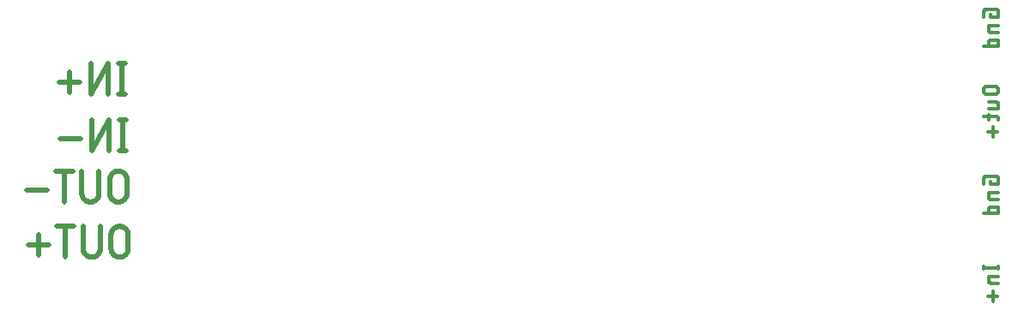
<source format=gbr>
G04 EAGLE Gerber RS-274X export*
G75*
%MOMM*%
%FSLAX34Y34*%
%LPD*%
%INSilkscreen Bottom*%
%IPPOS*%
%AMOC8*
5,1,8,0,0,1.08239X$1,22.5*%
G01*
%ADD10C,0.304800*%
%ADD11C,0.508000*%


D10*
X1006292Y480427D02*
X1006292Y477972D01*
X1014476Y477972D01*
X1014476Y482882D01*
X1014474Y482994D01*
X1014468Y483105D01*
X1014459Y483217D01*
X1014446Y483328D01*
X1014428Y483438D01*
X1014408Y483548D01*
X1014383Y483657D01*
X1014355Y483765D01*
X1014323Y483872D01*
X1014287Y483978D01*
X1014248Y484083D01*
X1014205Y484186D01*
X1014159Y484288D01*
X1014109Y484388D01*
X1014056Y484487D01*
X1013999Y484583D01*
X1013940Y484678D01*
X1013877Y484770D01*
X1013811Y484860D01*
X1013742Y484948D01*
X1013670Y485034D01*
X1013595Y485117D01*
X1013517Y485197D01*
X1013437Y485275D01*
X1013354Y485350D01*
X1013268Y485422D01*
X1013180Y485491D01*
X1013090Y485557D01*
X1012998Y485620D01*
X1012903Y485679D01*
X1012807Y485736D01*
X1012708Y485789D01*
X1012608Y485839D01*
X1012506Y485885D01*
X1012403Y485928D01*
X1012298Y485967D01*
X1012192Y486003D01*
X1012085Y486035D01*
X1011977Y486063D01*
X1011868Y486088D01*
X1011758Y486108D01*
X1011648Y486126D01*
X1011537Y486139D01*
X1011425Y486148D01*
X1011314Y486154D01*
X1011202Y486156D01*
X1003018Y486156D01*
X1002904Y486154D01*
X1002790Y486148D01*
X1002676Y486138D01*
X1002562Y486124D01*
X1002449Y486106D01*
X1002337Y486084D01*
X1002226Y486059D01*
X1002116Y486029D01*
X1002006Y485996D01*
X1001898Y485959D01*
X1001792Y485918D01*
X1001686Y485873D01*
X1001583Y485825D01*
X1001481Y485773D01*
X1001381Y485717D01*
X1001283Y485659D01*
X1001187Y485596D01*
X1001094Y485531D01*
X1001002Y485462D01*
X1000914Y485390D01*
X1000827Y485315D01*
X1000744Y485237D01*
X1000663Y485156D01*
X1000585Y485073D01*
X1000510Y484987D01*
X1000438Y484898D01*
X1000369Y484806D01*
X1000304Y484713D01*
X1000242Y484617D01*
X1000183Y484519D01*
X1000127Y484419D01*
X1000075Y484317D01*
X1000027Y484214D01*
X999982Y484109D01*
X999941Y484002D01*
X999904Y483894D01*
X999871Y483784D01*
X999841Y483674D01*
X999816Y483563D01*
X999794Y483451D01*
X999776Y483338D01*
X999762Y483224D01*
X999752Y483110D01*
X999746Y482996D01*
X999744Y482882D01*
X999744Y477972D01*
X1004655Y469706D02*
X1014476Y469706D01*
X1004655Y469706D02*
X1004655Y465614D01*
X1004657Y465518D01*
X1004663Y465421D01*
X1004672Y465325D01*
X1004685Y465230D01*
X1004702Y465135D01*
X1004723Y465041D01*
X1004747Y464948D01*
X1004775Y464855D01*
X1004807Y464764D01*
X1004842Y464675D01*
X1004881Y464586D01*
X1004923Y464499D01*
X1004968Y464414D01*
X1005017Y464331D01*
X1005069Y464250D01*
X1005124Y464171D01*
X1005182Y464094D01*
X1005243Y464020D01*
X1005307Y463948D01*
X1005374Y463878D01*
X1005444Y463811D01*
X1005516Y463747D01*
X1005590Y463686D01*
X1005667Y463628D01*
X1005746Y463573D01*
X1005827Y463521D01*
X1005910Y463472D01*
X1005995Y463427D01*
X1006082Y463385D01*
X1006171Y463346D01*
X1006260Y463311D01*
X1006351Y463279D01*
X1006444Y463251D01*
X1006537Y463227D01*
X1006631Y463206D01*
X1006726Y463189D01*
X1006821Y463176D01*
X1006917Y463167D01*
X1007014Y463161D01*
X1007110Y463159D01*
X1014476Y463159D01*
X1014476Y449209D02*
X999744Y449209D01*
X1014476Y449209D02*
X1014476Y453301D01*
X1014474Y453397D01*
X1014468Y453494D01*
X1014459Y453590D01*
X1014446Y453685D01*
X1014429Y453780D01*
X1014408Y453874D01*
X1014384Y453967D01*
X1014356Y454060D01*
X1014324Y454151D01*
X1014289Y454240D01*
X1014250Y454329D01*
X1014208Y454416D01*
X1014163Y454501D01*
X1014114Y454584D01*
X1014062Y454665D01*
X1014007Y454744D01*
X1013949Y454821D01*
X1013888Y454895D01*
X1013824Y454967D01*
X1013757Y455037D01*
X1013687Y455104D01*
X1013615Y455168D01*
X1013541Y455229D01*
X1013464Y455287D01*
X1013385Y455342D01*
X1013304Y455394D01*
X1013221Y455443D01*
X1013136Y455488D01*
X1013049Y455530D01*
X1012960Y455569D01*
X1012871Y455604D01*
X1012780Y455636D01*
X1012687Y455664D01*
X1012594Y455688D01*
X1012500Y455709D01*
X1012405Y455726D01*
X1012310Y455739D01*
X1012214Y455748D01*
X1012117Y455754D01*
X1012021Y455756D01*
X1007110Y455756D01*
X1007014Y455754D01*
X1006917Y455748D01*
X1006821Y455739D01*
X1006726Y455726D01*
X1006631Y455709D01*
X1006537Y455688D01*
X1006444Y455664D01*
X1006351Y455636D01*
X1006260Y455604D01*
X1006171Y455569D01*
X1006082Y455530D01*
X1005995Y455488D01*
X1005910Y455443D01*
X1005827Y455394D01*
X1005746Y455342D01*
X1005667Y455287D01*
X1005590Y455229D01*
X1005516Y455168D01*
X1005444Y455104D01*
X1005374Y455037D01*
X1005307Y454967D01*
X1005243Y454895D01*
X1005182Y454821D01*
X1005124Y454744D01*
X1005069Y454665D01*
X1005017Y454584D01*
X1004968Y454501D01*
X1004923Y454416D01*
X1004881Y454329D01*
X1004842Y454240D01*
X1004807Y454151D01*
X1004775Y454060D01*
X1004747Y453967D01*
X1004723Y453874D01*
X1004702Y453780D01*
X1004685Y453685D01*
X1004672Y453590D01*
X1004663Y453494D01*
X1004657Y453397D01*
X1004655Y453301D01*
X1004655Y449209D01*
X1006292Y315327D02*
X1006292Y312872D01*
X1014476Y312872D01*
X1014476Y317782D01*
X1014474Y317894D01*
X1014468Y318005D01*
X1014459Y318117D01*
X1014446Y318228D01*
X1014428Y318338D01*
X1014408Y318448D01*
X1014383Y318557D01*
X1014355Y318665D01*
X1014323Y318772D01*
X1014287Y318878D01*
X1014248Y318983D01*
X1014205Y319086D01*
X1014159Y319188D01*
X1014109Y319288D01*
X1014056Y319387D01*
X1013999Y319483D01*
X1013940Y319578D01*
X1013877Y319670D01*
X1013811Y319760D01*
X1013742Y319848D01*
X1013670Y319934D01*
X1013595Y320017D01*
X1013517Y320097D01*
X1013437Y320175D01*
X1013354Y320250D01*
X1013268Y320322D01*
X1013180Y320391D01*
X1013090Y320457D01*
X1012998Y320520D01*
X1012903Y320579D01*
X1012807Y320636D01*
X1012708Y320689D01*
X1012608Y320739D01*
X1012506Y320785D01*
X1012403Y320828D01*
X1012298Y320867D01*
X1012192Y320903D01*
X1012085Y320935D01*
X1011977Y320963D01*
X1011868Y320988D01*
X1011758Y321008D01*
X1011648Y321026D01*
X1011537Y321039D01*
X1011425Y321048D01*
X1011314Y321054D01*
X1011202Y321056D01*
X1003018Y321056D01*
X1002904Y321054D01*
X1002790Y321048D01*
X1002676Y321038D01*
X1002562Y321024D01*
X1002449Y321006D01*
X1002337Y320984D01*
X1002226Y320959D01*
X1002116Y320929D01*
X1002006Y320896D01*
X1001898Y320859D01*
X1001792Y320818D01*
X1001686Y320773D01*
X1001583Y320725D01*
X1001481Y320673D01*
X1001381Y320617D01*
X1001283Y320559D01*
X1001187Y320496D01*
X1001094Y320431D01*
X1001002Y320362D01*
X1000914Y320290D01*
X1000827Y320215D01*
X1000744Y320137D01*
X1000663Y320056D01*
X1000585Y319973D01*
X1000510Y319887D01*
X1000438Y319798D01*
X1000369Y319706D01*
X1000304Y319613D01*
X1000242Y319517D01*
X1000183Y319419D01*
X1000127Y319319D01*
X1000075Y319217D01*
X1000027Y319114D01*
X999982Y319009D01*
X999941Y318902D01*
X999904Y318794D01*
X999871Y318684D01*
X999841Y318574D01*
X999816Y318463D01*
X999794Y318351D01*
X999776Y318238D01*
X999762Y318124D01*
X999752Y318010D01*
X999746Y317896D01*
X999744Y317782D01*
X999744Y312872D01*
X1004655Y304606D02*
X1014476Y304606D01*
X1004655Y304606D02*
X1004655Y300514D01*
X1004657Y300418D01*
X1004663Y300321D01*
X1004672Y300225D01*
X1004685Y300130D01*
X1004702Y300035D01*
X1004723Y299941D01*
X1004747Y299848D01*
X1004775Y299755D01*
X1004807Y299664D01*
X1004842Y299575D01*
X1004881Y299486D01*
X1004923Y299399D01*
X1004968Y299314D01*
X1005017Y299231D01*
X1005069Y299150D01*
X1005124Y299071D01*
X1005182Y298994D01*
X1005243Y298920D01*
X1005307Y298848D01*
X1005374Y298778D01*
X1005444Y298711D01*
X1005516Y298647D01*
X1005590Y298586D01*
X1005667Y298528D01*
X1005746Y298473D01*
X1005827Y298421D01*
X1005910Y298372D01*
X1005995Y298327D01*
X1006082Y298285D01*
X1006171Y298246D01*
X1006260Y298211D01*
X1006351Y298179D01*
X1006444Y298151D01*
X1006537Y298127D01*
X1006631Y298106D01*
X1006726Y298089D01*
X1006821Y298076D01*
X1006917Y298067D01*
X1007014Y298061D01*
X1007110Y298059D01*
X1014476Y298059D01*
X1014476Y284109D02*
X999744Y284109D01*
X1014476Y284109D02*
X1014476Y288201D01*
X1014474Y288297D01*
X1014468Y288394D01*
X1014459Y288490D01*
X1014446Y288585D01*
X1014429Y288680D01*
X1014408Y288774D01*
X1014384Y288867D01*
X1014356Y288960D01*
X1014324Y289051D01*
X1014289Y289140D01*
X1014250Y289229D01*
X1014208Y289316D01*
X1014163Y289401D01*
X1014114Y289484D01*
X1014062Y289565D01*
X1014007Y289644D01*
X1013949Y289721D01*
X1013888Y289795D01*
X1013824Y289867D01*
X1013757Y289937D01*
X1013687Y290004D01*
X1013615Y290068D01*
X1013541Y290129D01*
X1013464Y290187D01*
X1013385Y290242D01*
X1013304Y290294D01*
X1013221Y290343D01*
X1013136Y290388D01*
X1013049Y290430D01*
X1012960Y290469D01*
X1012871Y290504D01*
X1012780Y290536D01*
X1012687Y290564D01*
X1012594Y290588D01*
X1012500Y290609D01*
X1012405Y290626D01*
X1012310Y290639D01*
X1012214Y290648D01*
X1012117Y290654D01*
X1012021Y290656D01*
X1007110Y290656D01*
X1007014Y290654D01*
X1006917Y290648D01*
X1006821Y290639D01*
X1006726Y290626D01*
X1006631Y290609D01*
X1006537Y290588D01*
X1006444Y290564D01*
X1006351Y290536D01*
X1006260Y290504D01*
X1006171Y290469D01*
X1006082Y290430D01*
X1005995Y290388D01*
X1005910Y290343D01*
X1005827Y290294D01*
X1005746Y290242D01*
X1005667Y290187D01*
X1005590Y290129D01*
X1005516Y290068D01*
X1005444Y290004D01*
X1005374Y289937D01*
X1005307Y289867D01*
X1005243Y289795D01*
X1005182Y289721D01*
X1005124Y289644D01*
X1005069Y289565D01*
X1005017Y289484D01*
X1004968Y289401D01*
X1004923Y289316D01*
X1004881Y289229D01*
X1004842Y289140D01*
X1004807Y289051D01*
X1004775Y288960D01*
X1004747Y288867D01*
X1004723Y288774D01*
X1004702Y288680D01*
X1004685Y288585D01*
X1004672Y288490D01*
X1004663Y288394D01*
X1004657Y288297D01*
X1004655Y288201D01*
X1004655Y284109D01*
X999744Y230519D02*
X1014476Y230519D01*
X1014476Y232156D02*
X1014476Y228882D01*
X999744Y228882D02*
X999744Y232156D01*
X1004655Y221809D02*
X1014476Y221809D01*
X1004655Y221809D02*
X1004655Y217717D01*
X1004657Y217621D01*
X1004663Y217524D01*
X1004672Y217428D01*
X1004685Y217333D01*
X1004702Y217238D01*
X1004723Y217144D01*
X1004747Y217051D01*
X1004775Y216958D01*
X1004807Y216867D01*
X1004842Y216778D01*
X1004881Y216689D01*
X1004923Y216602D01*
X1004968Y216517D01*
X1005017Y216434D01*
X1005069Y216353D01*
X1005124Y216274D01*
X1005182Y216197D01*
X1005243Y216123D01*
X1005307Y216051D01*
X1005374Y215981D01*
X1005444Y215914D01*
X1005516Y215850D01*
X1005590Y215789D01*
X1005667Y215731D01*
X1005746Y215676D01*
X1005827Y215624D01*
X1005910Y215575D01*
X1005995Y215530D01*
X1006082Y215488D01*
X1006171Y215449D01*
X1006260Y215414D01*
X1006351Y215382D01*
X1006444Y215354D01*
X1006537Y215330D01*
X1006631Y215309D01*
X1006726Y215292D01*
X1006821Y215279D01*
X1006917Y215270D01*
X1007014Y215264D01*
X1007110Y215262D01*
X1007110Y215261D02*
X1014476Y215261D01*
X1008747Y207294D02*
X1008747Y197472D01*
X1013658Y202383D02*
X1003836Y202383D01*
X1003836Y409956D02*
X1010384Y409956D01*
X1003836Y409956D02*
X1003709Y409954D01*
X1003582Y409948D01*
X1003455Y409938D01*
X1003328Y409924D01*
X1003202Y409907D01*
X1003077Y409885D01*
X1002952Y409859D01*
X1002828Y409830D01*
X1002705Y409797D01*
X1002584Y409760D01*
X1002463Y409719D01*
X1002344Y409674D01*
X1002226Y409626D01*
X1002110Y409574D01*
X1001995Y409519D01*
X1001883Y409460D01*
X1001772Y409397D01*
X1001663Y409331D01*
X1001556Y409262D01*
X1001451Y409189D01*
X1001349Y409114D01*
X1001249Y409035D01*
X1001152Y408953D01*
X1001057Y408868D01*
X1000965Y408780D01*
X1000876Y408689D01*
X1000789Y408596D01*
X1000706Y408500D01*
X1000625Y408401D01*
X1000548Y408300D01*
X1000474Y408197D01*
X1000403Y408091D01*
X1000335Y407983D01*
X1000271Y407873D01*
X1000210Y407761D01*
X1000153Y407648D01*
X1000099Y407532D01*
X1000049Y407415D01*
X1000003Y407297D01*
X999960Y407177D01*
X999921Y407056D01*
X999886Y406933D01*
X999855Y406810D01*
X999827Y406686D01*
X999804Y406561D01*
X999784Y406435D01*
X999768Y406309D01*
X999756Y406182D01*
X999748Y406055D01*
X999744Y405928D01*
X999744Y405800D01*
X999748Y405673D01*
X999756Y405546D01*
X999768Y405419D01*
X999784Y405293D01*
X999804Y405167D01*
X999827Y405042D01*
X999855Y404918D01*
X999886Y404795D01*
X999921Y404672D01*
X999960Y404551D01*
X1000003Y404431D01*
X1000049Y404313D01*
X1000099Y404196D01*
X1000153Y404080D01*
X1000210Y403967D01*
X1000271Y403855D01*
X1000335Y403745D01*
X1000403Y403637D01*
X1000474Y403531D01*
X1000548Y403428D01*
X1000625Y403327D01*
X1000706Y403228D01*
X1000789Y403132D01*
X1000876Y403039D01*
X1000965Y402948D01*
X1001057Y402860D01*
X1001152Y402775D01*
X1001249Y402693D01*
X1001349Y402614D01*
X1001451Y402539D01*
X1001556Y402466D01*
X1001663Y402397D01*
X1001772Y402331D01*
X1001883Y402268D01*
X1001995Y402209D01*
X1002110Y402154D01*
X1002226Y402102D01*
X1002344Y402054D01*
X1002463Y402009D01*
X1002584Y401968D01*
X1002705Y401931D01*
X1002828Y401898D01*
X1002952Y401869D01*
X1003077Y401843D01*
X1003202Y401821D01*
X1003328Y401804D01*
X1003455Y401790D01*
X1003582Y401780D01*
X1003709Y401774D01*
X1003836Y401772D01*
X1010384Y401772D01*
X1010511Y401774D01*
X1010638Y401780D01*
X1010765Y401790D01*
X1010892Y401804D01*
X1011018Y401821D01*
X1011143Y401843D01*
X1011268Y401869D01*
X1011392Y401898D01*
X1011515Y401931D01*
X1011636Y401968D01*
X1011757Y402009D01*
X1011876Y402054D01*
X1011994Y402102D01*
X1012110Y402154D01*
X1012225Y402209D01*
X1012337Y402268D01*
X1012448Y402331D01*
X1012557Y402397D01*
X1012664Y402466D01*
X1012769Y402539D01*
X1012871Y402614D01*
X1012971Y402693D01*
X1013068Y402775D01*
X1013163Y402860D01*
X1013255Y402948D01*
X1013344Y403039D01*
X1013431Y403132D01*
X1013514Y403228D01*
X1013595Y403327D01*
X1013672Y403428D01*
X1013746Y403531D01*
X1013817Y403637D01*
X1013885Y403745D01*
X1013949Y403855D01*
X1014010Y403967D01*
X1014067Y404080D01*
X1014121Y404196D01*
X1014171Y404313D01*
X1014217Y404431D01*
X1014260Y404551D01*
X1014299Y404672D01*
X1014334Y404795D01*
X1014365Y404918D01*
X1014393Y405042D01*
X1014416Y405167D01*
X1014436Y405293D01*
X1014452Y405419D01*
X1014464Y405546D01*
X1014472Y405673D01*
X1014476Y405800D01*
X1014476Y405928D01*
X1014472Y406055D01*
X1014464Y406182D01*
X1014452Y406309D01*
X1014436Y406435D01*
X1014416Y406561D01*
X1014393Y406686D01*
X1014365Y406810D01*
X1014334Y406933D01*
X1014299Y407056D01*
X1014260Y407177D01*
X1014217Y407297D01*
X1014171Y407415D01*
X1014121Y407532D01*
X1014067Y407648D01*
X1014010Y407761D01*
X1013949Y407873D01*
X1013885Y407983D01*
X1013817Y408091D01*
X1013746Y408197D01*
X1013672Y408300D01*
X1013595Y408401D01*
X1013514Y408500D01*
X1013431Y408596D01*
X1013344Y408689D01*
X1013255Y408780D01*
X1013163Y408868D01*
X1013068Y408953D01*
X1012971Y409035D01*
X1012871Y409114D01*
X1012769Y409189D01*
X1012664Y409262D01*
X1012557Y409331D01*
X1012448Y409397D01*
X1012337Y409460D01*
X1012225Y409519D01*
X1012110Y409574D01*
X1011994Y409626D01*
X1011876Y409674D01*
X1011757Y409719D01*
X1011636Y409760D01*
X1011515Y409797D01*
X1011392Y409830D01*
X1011268Y409859D01*
X1011143Y409885D01*
X1011018Y409907D01*
X1010892Y409924D01*
X1010765Y409938D01*
X1010638Y409948D01*
X1010511Y409954D01*
X1010384Y409956D01*
X1012021Y394027D02*
X1004655Y394027D01*
X1012021Y394027D02*
X1012117Y394025D01*
X1012214Y394019D01*
X1012310Y394010D01*
X1012405Y393997D01*
X1012500Y393980D01*
X1012594Y393959D01*
X1012687Y393935D01*
X1012780Y393907D01*
X1012871Y393875D01*
X1012960Y393840D01*
X1013049Y393801D01*
X1013136Y393759D01*
X1013221Y393714D01*
X1013304Y393665D01*
X1013385Y393613D01*
X1013464Y393558D01*
X1013541Y393500D01*
X1013615Y393439D01*
X1013687Y393375D01*
X1013757Y393308D01*
X1013824Y393238D01*
X1013888Y393166D01*
X1013949Y393092D01*
X1014007Y393015D01*
X1014062Y392936D01*
X1014114Y392855D01*
X1014163Y392772D01*
X1014208Y392687D01*
X1014250Y392600D01*
X1014289Y392511D01*
X1014324Y392422D01*
X1014356Y392331D01*
X1014384Y392238D01*
X1014408Y392145D01*
X1014429Y392051D01*
X1014446Y391956D01*
X1014459Y391861D01*
X1014468Y391765D01*
X1014474Y391668D01*
X1014476Y391572D01*
X1014476Y387480D01*
X1004655Y387480D01*
X1004655Y381412D02*
X1004655Y376501D01*
X999744Y379775D02*
X1012021Y379775D01*
X1012117Y379773D01*
X1012214Y379767D01*
X1012310Y379758D01*
X1012405Y379745D01*
X1012500Y379728D01*
X1012594Y379707D01*
X1012687Y379683D01*
X1012780Y379655D01*
X1012871Y379623D01*
X1012960Y379588D01*
X1013049Y379549D01*
X1013136Y379507D01*
X1013221Y379462D01*
X1013304Y379413D01*
X1013385Y379361D01*
X1013464Y379306D01*
X1013541Y379248D01*
X1013615Y379187D01*
X1013687Y379123D01*
X1013757Y379056D01*
X1013824Y378986D01*
X1013888Y378914D01*
X1013949Y378840D01*
X1014007Y378763D01*
X1014062Y378684D01*
X1014114Y378603D01*
X1014163Y378520D01*
X1014208Y378435D01*
X1014250Y378348D01*
X1014289Y378259D01*
X1014324Y378170D01*
X1014356Y378079D01*
X1014384Y377986D01*
X1014408Y377893D01*
X1014429Y377799D01*
X1014446Y377704D01*
X1014459Y377609D01*
X1014468Y377513D01*
X1014474Y377416D01*
X1014476Y377320D01*
X1014476Y376501D01*
X1008747Y369612D02*
X1008747Y359791D01*
X1013658Y364702D02*
X1003836Y364702D01*
D11*
X149552Y402110D02*
X149552Y432590D01*
X152939Y402110D02*
X146165Y402110D01*
X146165Y432590D02*
X152939Y432590D01*
X135794Y432590D02*
X135794Y402110D01*
X118860Y402110D02*
X135794Y432590D01*
X118860Y432590D02*
X118860Y402110D01*
X108150Y413963D02*
X87830Y413963D01*
X97990Y403803D02*
X97990Y424123D01*
X150822Y376710D02*
X150822Y346230D01*
X154209Y346230D02*
X147435Y346230D01*
X147435Y376710D02*
X154209Y376710D01*
X137064Y376710D02*
X137064Y346230D01*
X120130Y346230D02*
X137064Y376710D01*
X120130Y376710D02*
X120130Y346230D01*
X109420Y358083D02*
X89100Y358083D01*
X154717Y317443D02*
X154717Y303897D01*
X154717Y317443D02*
X154714Y317649D01*
X154707Y317855D01*
X154694Y318061D01*
X154677Y318266D01*
X154654Y318471D01*
X154627Y318676D01*
X154594Y318879D01*
X154557Y319082D01*
X154514Y319284D01*
X154467Y319485D01*
X154415Y319684D01*
X154358Y319882D01*
X154296Y320079D01*
X154230Y320274D01*
X154158Y320468D01*
X154082Y320659D01*
X154002Y320849D01*
X153916Y321037D01*
X153827Y321222D01*
X153732Y321406D01*
X153634Y321587D01*
X153531Y321765D01*
X153423Y321941D01*
X153311Y322115D01*
X153196Y322285D01*
X153076Y322453D01*
X152952Y322618D01*
X152824Y322779D01*
X152692Y322938D01*
X152556Y323093D01*
X152417Y323245D01*
X152273Y323394D01*
X152127Y323538D01*
X151977Y323680D01*
X151823Y323817D01*
X151666Y323951D01*
X151506Y324081D01*
X151343Y324207D01*
X151177Y324329D01*
X151007Y324447D01*
X150835Y324561D01*
X150661Y324670D01*
X150484Y324776D01*
X150304Y324877D01*
X150121Y324973D01*
X149937Y325065D01*
X149750Y325153D01*
X149561Y325236D01*
X149371Y325314D01*
X149178Y325388D01*
X148984Y325457D01*
X148788Y325521D01*
X148590Y325580D01*
X148392Y325635D01*
X148191Y325684D01*
X147990Y325729D01*
X147788Y325769D01*
X147585Y325804D01*
X147381Y325834D01*
X147176Y325859D01*
X146971Y325879D01*
X146765Y325894D01*
X146559Y325904D01*
X146353Y325909D01*
X146147Y325909D01*
X145941Y325904D01*
X145735Y325894D01*
X145529Y325879D01*
X145324Y325859D01*
X145119Y325834D01*
X144915Y325804D01*
X144712Y325769D01*
X144510Y325729D01*
X144309Y325684D01*
X144108Y325635D01*
X143910Y325580D01*
X143712Y325521D01*
X143516Y325457D01*
X143322Y325388D01*
X143129Y325314D01*
X142939Y325236D01*
X142750Y325153D01*
X142563Y325065D01*
X142379Y324973D01*
X142196Y324877D01*
X142017Y324776D01*
X141839Y324670D01*
X141665Y324561D01*
X141493Y324447D01*
X141323Y324329D01*
X141157Y324207D01*
X140994Y324081D01*
X140834Y323951D01*
X140677Y323817D01*
X140523Y323680D01*
X140373Y323538D01*
X140227Y323394D01*
X140083Y323245D01*
X139944Y323093D01*
X139808Y322938D01*
X139676Y322779D01*
X139548Y322618D01*
X139424Y322453D01*
X139304Y322285D01*
X139189Y322115D01*
X139077Y321941D01*
X138969Y321765D01*
X138866Y321587D01*
X138768Y321406D01*
X138673Y321222D01*
X138584Y321037D01*
X138498Y320849D01*
X138418Y320659D01*
X138342Y320468D01*
X138270Y320274D01*
X138204Y320079D01*
X138142Y319882D01*
X138085Y319684D01*
X138033Y319485D01*
X137986Y319284D01*
X137943Y319082D01*
X137906Y318879D01*
X137873Y318676D01*
X137846Y318471D01*
X137823Y318266D01*
X137806Y318061D01*
X137793Y317855D01*
X137786Y317649D01*
X137783Y317443D01*
X137783Y303897D01*
X137786Y303691D01*
X137793Y303485D01*
X137806Y303279D01*
X137823Y303074D01*
X137846Y302869D01*
X137873Y302664D01*
X137906Y302461D01*
X137943Y302258D01*
X137986Y302056D01*
X138033Y301855D01*
X138085Y301656D01*
X138142Y301458D01*
X138204Y301261D01*
X138270Y301066D01*
X138342Y300872D01*
X138418Y300681D01*
X138498Y300491D01*
X138584Y300303D01*
X138673Y300118D01*
X138768Y299934D01*
X138866Y299753D01*
X138969Y299575D01*
X139077Y299399D01*
X139189Y299225D01*
X139304Y299055D01*
X139424Y298887D01*
X139548Y298722D01*
X139676Y298561D01*
X139808Y298402D01*
X139944Y298247D01*
X140083Y298095D01*
X140227Y297946D01*
X140373Y297802D01*
X140523Y297660D01*
X140677Y297523D01*
X140834Y297389D01*
X140994Y297259D01*
X141157Y297133D01*
X141323Y297011D01*
X141493Y296893D01*
X141665Y296779D01*
X141839Y296670D01*
X142017Y296564D01*
X142196Y296463D01*
X142379Y296367D01*
X142563Y296275D01*
X142750Y296187D01*
X142939Y296104D01*
X143129Y296026D01*
X143322Y295952D01*
X143516Y295883D01*
X143712Y295819D01*
X143910Y295760D01*
X144108Y295705D01*
X144309Y295656D01*
X144510Y295611D01*
X144712Y295571D01*
X144915Y295536D01*
X145119Y295506D01*
X145324Y295481D01*
X145529Y295461D01*
X145735Y295446D01*
X145941Y295436D01*
X146147Y295431D01*
X146353Y295431D01*
X146559Y295436D01*
X146765Y295446D01*
X146971Y295461D01*
X147176Y295481D01*
X147381Y295506D01*
X147585Y295536D01*
X147788Y295571D01*
X147990Y295611D01*
X148191Y295656D01*
X148392Y295705D01*
X148590Y295760D01*
X148788Y295819D01*
X148984Y295883D01*
X149178Y295952D01*
X149371Y296026D01*
X149561Y296104D01*
X149750Y296187D01*
X149937Y296275D01*
X150121Y296367D01*
X150304Y296463D01*
X150484Y296564D01*
X150661Y296670D01*
X150835Y296779D01*
X151007Y296893D01*
X151177Y297011D01*
X151343Y297133D01*
X151506Y297259D01*
X151666Y297389D01*
X151823Y297523D01*
X151977Y297660D01*
X152127Y297802D01*
X152273Y297946D01*
X152417Y298095D01*
X152556Y298247D01*
X152692Y298402D01*
X152824Y298561D01*
X152952Y298722D01*
X153076Y298887D01*
X153196Y299055D01*
X153311Y299225D01*
X153423Y299399D01*
X153531Y299575D01*
X153634Y299753D01*
X153732Y299934D01*
X153827Y300118D01*
X153916Y300303D01*
X154002Y300491D01*
X154082Y300681D01*
X154158Y300872D01*
X154230Y301066D01*
X154296Y301261D01*
X154358Y301458D01*
X154415Y301656D01*
X154467Y301855D01*
X154514Y302056D01*
X154557Y302258D01*
X154594Y302461D01*
X154627Y302664D01*
X154654Y302869D01*
X154677Y303074D01*
X154694Y303279D01*
X154707Y303485D01*
X154714Y303691D01*
X154717Y303897D01*
X127158Y303897D02*
X127158Y325910D01*
X127158Y303897D02*
X127155Y303691D01*
X127148Y303485D01*
X127135Y303279D01*
X127118Y303074D01*
X127095Y302869D01*
X127068Y302664D01*
X127035Y302461D01*
X126998Y302258D01*
X126955Y302056D01*
X126908Y301855D01*
X126856Y301656D01*
X126799Y301458D01*
X126737Y301261D01*
X126671Y301066D01*
X126599Y300872D01*
X126523Y300681D01*
X126443Y300491D01*
X126357Y300303D01*
X126268Y300118D01*
X126173Y299934D01*
X126075Y299753D01*
X125972Y299575D01*
X125864Y299399D01*
X125752Y299225D01*
X125637Y299055D01*
X125517Y298887D01*
X125393Y298722D01*
X125265Y298561D01*
X125133Y298402D01*
X124997Y298247D01*
X124858Y298095D01*
X124714Y297946D01*
X124568Y297802D01*
X124418Y297660D01*
X124264Y297523D01*
X124107Y297389D01*
X123947Y297259D01*
X123784Y297133D01*
X123618Y297011D01*
X123448Y296893D01*
X123276Y296779D01*
X123102Y296670D01*
X122925Y296564D01*
X122745Y296463D01*
X122562Y296367D01*
X122378Y296275D01*
X122191Y296187D01*
X122002Y296104D01*
X121812Y296026D01*
X121619Y295952D01*
X121425Y295883D01*
X121229Y295819D01*
X121031Y295760D01*
X120833Y295705D01*
X120632Y295656D01*
X120431Y295611D01*
X120229Y295571D01*
X120026Y295536D01*
X119822Y295506D01*
X119617Y295481D01*
X119412Y295461D01*
X119206Y295446D01*
X119000Y295436D01*
X118794Y295431D01*
X118588Y295431D01*
X118382Y295436D01*
X118176Y295446D01*
X117970Y295461D01*
X117765Y295481D01*
X117560Y295506D01*
X117356Y295536D01*
X117153Y295571D01*
X116951Y295611D01*
X116750Y295656D01*
X116549Y295705D01*
X116351Y295760D01*
X116153Y295819D01*
X115957Y295883D01*
X115763Y295952D01*
X115570Y296026D01*
X115380Y296104D01*
X115191Y296187D01*
X115004Y296275D01*
X114820Y296367D01*
X114637Y296463D01*
X114458Y296564D01*
X114280Y296670D01*
X114106Y296779D01*
X113934Y296893D01*
X113764Y297011D01*
X113598Y297133D01*
X113435Y297259D01*
X113275Y297389D01*
X113118Y297523D01*
X112964Y297660D01*
X112814Y297802D01*
X112668Y297946D01*
X112524Y298095D01*
X112385Y298247D01*
X112249Y298402D01*
X112117Y298561D01*
X111989Y298722D01*
X111865Y298887D01*
X111745Y299055D01*
X111630Y299225D01*
X111518Y299399D01*
X111410Y299575D01*
X111307Y299753D01*
X111209Y299934D01*
X111114Y300118D01*
X111025Y300303D01*
X110939Y300491D01*
X110859Y300681D01*
X110783Y300872D01*
X110711Y301066D01*
X110645Y301261D01*
X110583Y301458D01*
X110526Y301656D01*
X110474Y301855D01*
X110427Y302056D01*
X110384Y302258D01*
X110347Y302461D01*
X110314Y302664D01*
X110287Y302869D01*
X110264Y303074D01*
X110247Y303279D01*
X110234Y303485D01*
X110227Y303691D01*
X110224Y303897D01*
X110224Y325910D01*
X92910Y325910D02*
X92910Y295430D01*
X101377Y325910D02*
X84443Y325910D01*
X76400Y307283D02*
X56080Y307283D01*
X155987Y262833D02*
X155987Y249287D01*
X155987Y262833D02*
X155984Y263039D01*
X155977Y263245D01*
X155964Y263451D01*
X155947Y263656D01*
X155924Y263861D01*
X155897Y264066D01*
X155864Y264269D01*
X155827Y264472D01*
X155784Y264674D01*
X155737Y264875D01*
X155685Y265074D01*
X155628Y265272D01*
X155566Y265469D01*
X155500Y265664D01*
X155428Y265858D01*
X155352Y266049D01*
X155272Y266239D01*
X155186Y266427D01*
X155097Y266612D01*
X155002Y266796D01*
X154904Y266977D01*
X154801Y267155D01*
X154693Y267331D01*
X154581Y267505D01*
X154466Y267675D01*
X154346Y267843D01*
X154222Y268008D01*
X154094Y268169D01*
X153962Y268328D01*
X153826Y268483D01*
X153687Y268635D01*
X153543Y268784D01*
X153397Y268928D01*
X153247Y269070D01*
X153093Y269207D01*
X152936Y269341D01*
X152776Y269471D01*
X152613Y269597D01*
X152447Y269719D01*
X152277Y269837D01*
X152105Y269951D01*
X151931Y270060D01*
X151754Y270166D01*
X151574Y270267D01*
X151391Y270363D01*
X151207Y270455D01*
X151020Y270543D01*
X150831Y270626D01*
X150641Y270704D01*
X150448Y270778D01*
X150254Y270847D01*
X150058Y270911D01*
X149860Y270970D01*
X149662Y271025D01*
X149461Y271074D01*
X149260Y271119D01*
X149058Y271159D01*
X148855Y271194D01*
X148651Y271224D01*
X148446Y271249D01*
X148241Y271269D01*
X148035Y271284D01*
X147829Y271294D01*
X147623Y271299D01*
X147417Y271299D01*
X147211Y271294D01*
X147005Y271284D01*
X146799Y271269D01*
X146594Y271249D01*
X146389Y271224D01*
X146185Y271194D01*
X145982Y271159D01*
X145780Y271119D01*
X145579Y271074D01*
X145378Y271025D01*
X145180Y270970D01*
X144982Y270911D01*
X144786Y270847D01*
X144592Y270778D01*
X144399Y270704D01*
X144209Y270626D01*
X144020Y270543D01*
X143833Y270455D01*
X143649Y270363D01*
X143466Y270267D01*
X143287Y270166D01*
X143109Y270060D01*
X142935Y269951D01*
X142763Y269837D01*
X142593Y269719D01*
X142427Y269597D01*
X142264Y269471D01*
X142104Y269341D01*
X141947Y269207D01*
X141793Y269070D01*
X141643Y268928D01*
X141497Y268784D01*
X141353Y268635D01*
X141214Y268483D01*
X141078Y268328D01*
X140946Y268169D01*
X140818Y268008D01*
X140694Y267843D01*
X140574Y267675D01*
X140459Y267505D01*
X140347Y267331D01*
X140239Y267155D01*
X140136Y266977D01*
X140038Y266796D01*
X139943Y266612D01*
X139854Y266427D01*
X139768Y266239D01*
X139688Y266049D01*
X139612Y265858D01*
X139540Y265664D01*
X139474Y265469D01*
X139412Y265272D01*
X139355Y265074D01*
X139303Y264875D01*
X139256Y264674D01*
X139213Y264472D01*
X139176Y264269D01*
X139143Y264066D01*
X139116Y263861D01*
X139093Y263656D01*
X139076Y263451D01*
X139063Y263245D01*
X139056Y263039D01*
X139053Y262833D01*
X139053Y249287D01*
X139056Y249081D01*
X139063Y248875D01*
X139076Y248669D01*
X139093Y248464D01*
X139116Y248259D01*
X139143Y248054D01*
X139176Y247851D01*
X139213Y247648D01*
X139256Y247446D01*
X139303Y247245D01*
X139355Y247046D01*
X139412Y246848D01*
X139474Y246651D01*
X139540Y246456D01*
X139612Y246262D01*
X139688Y246071D01*
X139768Y245881D01*
X139854Y245693D01*
X139943Y245508D01*
X140038Y245324D01*
X140136Y245143D01*
X140239Y244965D01*
X140347Y244789D01*
X140459Y244615D01*
X140574Y244445D01*
X140694Y244277D01*
X140818Y244112D01*
X140946Y243951D01*
X141078Y243792D01*
X141214Y243637D01*
X141353Y243485D01*
X141497Y243336D01*
X141643Y243192D01*
X141793Y243050D01*
X141947Y242913D01*
X142104Y242779D01*
X142264Y242649D01*
X142427Y242523D01*
X142593Y242401D01*
X142763Y242283D01*
X142935Y242169D01*
X143109Y242060D01*
X143287Y241954D01*
X143466Y241853D01*
X143649Y241757D01*
X143833Y241665D01*
X144020Y241577D01*
X144209Y241494D01*
X144399Y241416D01*
X144592Y241342D01*
X144786Y241273D01*
X144982Y241209D01*
X145180Y241150D01*
X145378Y241095D01*
X145579Y241046D01*
X145780Y241001D01*
X145982Y240961D01*
X146185Y240926D01*
X146389Y240896D01*
X146594Y240871D01*
X146799Y240851D01*
X147005Y240836D01*
X147211Y240826D01*
X147417Y240821D01*
X147623Y240821D01*
X147829Y240826D01*
X148035Y240836D01*
X148241Y240851D01*
X148446Y240871D01*
X148651Y240896D01*
X148855Y240926D01*
X149058Y240961D01*
X149260Y241001D01*
X149461Y241046D01*
X149662Y241095D01*
X149860Y241150D01*
X150058Y241209D01*
X150254Y241273D01*
X150448Y241342D01*
X150641Y241416D01*
X150831Y241494D01*
X151020Y241577D01*
X151207Y241665D01*
X151391Y241757D01*
X151574Y241853D01*
X151754Y241954D01*
X151931Y242060D01*
X152105Y242169D01*
X152277Y242283D01*
X152447Y242401D01*
X152613Y242523D01*
X152776Y242649D01*
X152936Y242779D01*
X153093Y242913D01*
X153247Y243050D01*
X153397Y243192D01*
X153543Y243336D01*
X153687Y243485D01*
X153826Y243637D01*
X153962Y243792D01*
X154094Y243951D01*
X154222Y244112D01*
X154346Y244277D01*
X154466Y244445D01*
X154581Y244615D01*
X154693Y244789D01*
X154801Y244965D01*
X154904Y245143D01*
X155002Y245324D01*
X155097Y245508D01*
X155186Y245693D01*
X155272Y245881D01*
X155352Y246071D01*
X155428Y246262D01*
X155500Y246456D01*
X155566Y246651D01*
X155628Y246848D01*
X155685Y247046D01*
X155737Y247245D01*
X155784Y247446D01*
X155827Y247648D01*
X155864Y247851D01*
X155897Y248054D01*
X155924Y248259D01*
X155947Y248464D01*
X155964Y248669D01*
X155977Y248875D01*
X155984Y249081D01*
X155987Y249287D01*
X128428Y249287D02*
X128428Y271300D01*
X128428Y249287D02*
X128425Y249081D01*
X128418Y248875D01*
X128405Y248669D01*
X128388Y248464D01*
X128365Y248259D01*
X128338Y248054D01*
X128305Y247851D01*
X128268Y247648D01*
X128225Y247446D01*
X128178Y247245D01*
X128126Y247046D01*
X128069Y246848D01*
X128007Y246651D01*
X127941Y246456D01*
X127869Y246262D01*
X127793Y246071D01*
X127713Y245881D01*
X127627Y245693D01*
X127538Y245508D01*
X127443Y245324D01*
X127345Y245143D01*
X127242Y244965D01*
X127134Y244789D01*
X127022Y244615D01*
X126907Y244445D01*
X126787Y244277D01*
X126663Y244112D01*
X126535Y243951D01*
X126403Y243792D01*
X126267Y243637D01*
X126128Y243485D01*
X125984Y243336D01*
X125838Y243192D01*
X125688Y243050D01*
X125534Y242913D01*
X125377Y242779D01*
X125217Y242649D01*
X125054Y242523D01*
X124888Y242401D01*
X124718Y242283D01*
X124546Y242169D01*
X124372Y242060D01*
X124195Y241954D01*
X124015Y241853D01*
X123832Y241757D01*
X123648Y241665D01*
X123461Y241577D01*
X123272Y241494D01*
X123082Y241416D01*
X122889Y241342D01*
X122695Y241273D01*
X122499Y241209D01*
X122301Y241150D01*
X122103Y241095D01*
X121902Y241046D01*
X121701Y241001D01*
X121499Y240961D01*
X121296Y240926D01*
X121092Y240896D01*
X120887Y240871D01*
X120682Y240851D01*
X120476Y240836D01*
X120270Y240826D01*
X120064Y240821D01*
X119858Y240821D01*
X119652Y240826D01*
X119446Y240836D01*
X119240Y240851D01*
X119035Y240871D01*
X118830Y240896D01*
X118626Y240926D01*
X118423Y240961D01*
X118221Y241001D01*
X118020Y241046D01*
X117819Y241095D01*
X117621Y241150D01*
X117423Y241209D01*
X117227Y241273D01*
X117033Y241342D01*
X116840Y241416D01*
X116650Y241494D01*
X116461Y241577D01*
X116274Y241665D01*
X116090Y241757D01*
X115907Y241853D01*
X115728Y241954D01*
X115550Y242060D01*
X115376Y242169D01*
X115204Y242283D01*
X115034Y242401D01*
X114868Y242523D01*
X114705Y242649D01*
X114545Y242779D01*
X114388Y242913D01*
X114234Y243050D01*
X114084Y243192D01*
X113938Y243336D01*
X113794Y243485D01*
X113655Y243637D01*
X113519Y243792D01*
X113387Y243951D01*
X113259Y244112D01*
X113135Y244277D01*
X113015Y244445D01*
X112900Y244615D01*
X112788Y244789D01*
X112680Y244965D01*
X112577Y245143D01*
X112479Y245324D01*
X112384Y245508D01*
X112295Y245693D01*
X112209Y245881D01*
X112129Y246071D01*
X112053Y246262D01*
X111981Y246456D01*
X111915Y246651D01*
X111853Y246848D01*
X111796Y247046D01*
X111744Y247245D01*
X111697Y247446D01*
X111654Y247648D01*
X111617Y247851D01*
X111584Y248054D01*
X111557Y248259D01*
X111534Y248464D01*
X111517Y248669D01*
X111504Y248875D01*
X111497Y249081D01*
X111494Y249287D01*
X111494Y271300D01*
X94180Y271300D02*
X94180Y240820D01*
X102647Y271300D02*
X85713Y271300D01*
X77670Y252673D02*
X57350Y252673D01*
X67510Y242513D02*
X67510Y262833D01*
M02*

</source>
